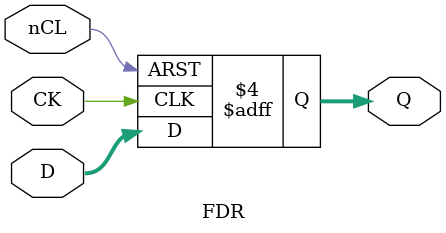
<source format=v>
`timescale 1ns/100ps

module FDR(
	input CK,
	input [3:0] D,
	input nCL,
	output reg [3:0] Q = 4'd0
);

	always @(posedge CK, negedge nCL)
	begin
		if (!nCL)
			Q <= #1 4'd0;
		else
			Q <= #1 D;
	end

endmodule

</source>
